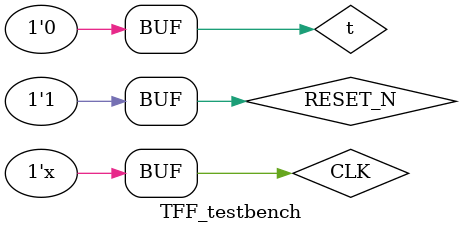
<source format=v>
`timescale 1ns / 1ps


module TFF_testbench();
    
    reg t;
    reg CLK = 0;
    reg RESET_N;
    //reg Q;
    wire Q;
    
    
    TFF tff1(t, CLK, RESET_N, Q);
    
    always begin 
        RESET_N = 1'b1;
        t = 0;
        
        #5;
        RESET_N = 1'b0;
        #5;
        t = 1;
        #5;
        #5;
        t = 0;
        RESET_N = 1'b1;
        #5;
        #10;      
    end
    
    always begin
        #5 CLK = ~CLK;
    end
    
  
    
  
endmodule

</source>
